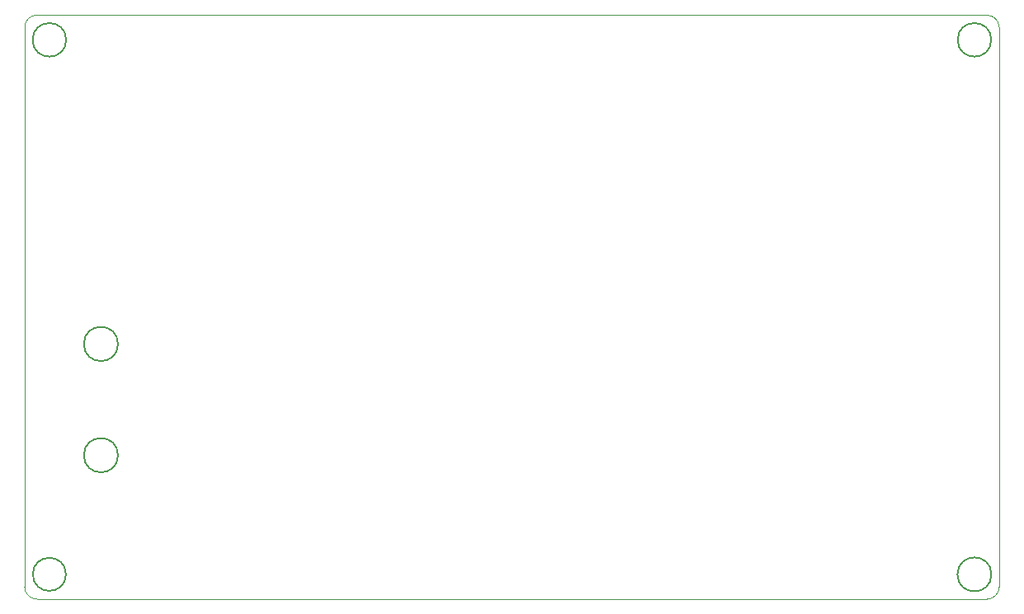
<source format=gbr>
%TF.GenerationSoftware,KiCad,Pcbnew,9.0.1*%
%TF.CreationDate,2025-04-25T09:38:52-03:00*%
%TF.ProjectId,A-NET,412d4e45-542e-46b6-9963-61645f706362,rev?*%
%TF.SameCoordinates,Original*%
%TF.FileFunction,Profile,NP*%
%FSLAX46Y46*%
G04 Gerber Fmt 4.6, Leading zero omitted, Abs format (unit mm)*
G04 Created by KiCad (PCBNEW 9.0.1) date 2025-04-25 09:38:52*
%MOMM*%
%LPD*%
G01*
G04 APERTURE LIST*
%TA.AperFunction,Profile*%
%ADD10C,0.050000*%
%TD*%
%TA.AperFunction,Profile*%
%ADD11C,0.200000*%
%TD*%
G04 APERTURE END LIST*
D10*
X95524958Y-75354047D02*
G75*
G02*
X96794958Y-74084058I1269942J47D01*
G01*
D11*
X105110000Y-107870000D02*
G75*
G02*
X101597964Y-107870000I-1756018J0D01*
G01*
X101597964Y-107870000D02*
G75*
G02*
X105110000Y-107870000I1756018J0D01*
G01*
X194709210Y-76624067D02*
G75*
G02*
X191260326Y-76624067I-1724442J0D01*
G01*
X191260326Y-76624067D02*
G75*
G02*
X194709210Y-76624067I1724442J0D01*
G01*
D10*
X96794958Y-74084047D02*
X194254768Y-74084047D01*
X95524958Y-132813947D02*
X95524958Y-75354047D01*
D11*
X99762923Y-131533787D02*
G75*
G02*
X96367013Y-131533787I-1697955J0D01*
G01*
X96367013Y-131533787D02*
G75*
G02*
X99762923Y-131533787I1697955J0D01*
G01*
D10*
X195524768Y-75354047D02*
X195524768Y-132813947D01*
D11*
X105110000Y-119300000D02*
G75*
G02*
X101597964Y-119300000I-1756018J0D01*
G01*
X101597964Y-119300000D02*
G75*
G02*
X105110000Y-119300000I1756018J0D01*
G01*
D10*
X96794958Y-134083947D02*
G75*
G02*
X95524953Y-132813947I42J1270047D01*
G01*
X194254768Y-74084047D02*
G75*
G02*
X195524753Y-75354047I-168J-1270153D01*
G01*
D11*
X194728750Y-131543947D02*
G75*
G02*
X191240786Y-131543947I-1743982J0D01*
G01*
X191240786Y-131543947D02*
G75*
G02*
X194728750Y-131543947I1743982J0D01*
G01*
X99789163Y-76624067D02*
G75*
G02*
X96340773Y-76624067I-1724195J0D01*
G01*
X96340773Y-76624067D02*
G75*
G02*
X99789163Y-76624067I1724195J0D01*
G01*
D10*
X194254768Y-134083947D02*
X96794958Y-134083947D01*
X195524768Y-132813947D02*
G75*
G02*
X194254768Y-134083868I-1269868J-53D01*
G01*
M02*

</source>
